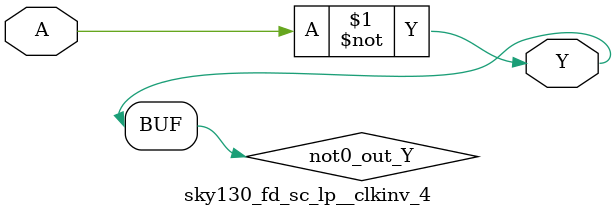
<source format=v>
/*
 * Copyright 2020 The SkyWater PDK Authors
 *
 * Licensed under the Apache License, Version 2.0 (the "License");
 * you may not use this file except in compliance with the License.
 * You may obtain a copy of the License at
 *
 *     https://www.apache.org/licenses/LICENSE-2.0
 *
 * Unless required by applicable law or agreed to in writing, software
 * distributed under the License is distributed on an "AS IS" BASIS,
 * WITHOUT WARRANTIES OR CONDITIONS OF ANY KIND, either express or implied.
 * See the License for the specific language governing permissions and
 * limitations under the License.
 *
 * SPDX-License-Identifier: Apache-2.0
*/


`ifndef SKY130_FD_SC_LP__CLKINV_4_FUNCTIONAL_V
`define SKY130_FD_SC_LP__CLKINV_4_FUNCTIONAL_V

/**
 * clkinv: Clock tree inverter.
 *
 * Verilog simulation functional model.
 */

`timescale 1ns / 1ps
`default_nettype none

`celldefine
module sky130_fd_sc_lp__clkinv_4 (
    Y,
    A
);

    // Module ports
    output Y;
    input  A;

    // Local signals
    wire not0_out_Y;

    //  Name  Output      Other arguments
    not not0 (not0_out_Y, A              );
    buf buf0 (Y         , not0_out_Y     );

endmodule
`endcelldefine

`default_nettype wire
`endif  // SKY130_FD_SC_LP__CLKINV_4_FUNCTIONAL_V

</source>
